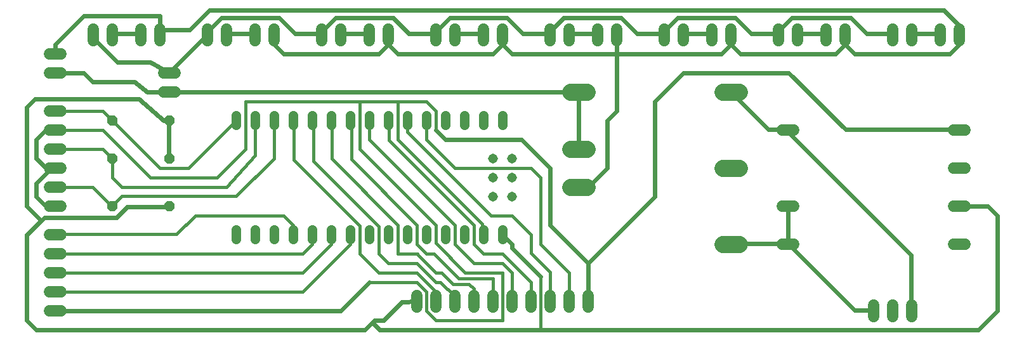
<source format=gbr>
G04 EAGLE Gerber X2 export*
%TF.Part,Single*%
%TF.FileFunction,Copper,L2,Bot,Mixed*%
%TF.FilePolarity,Positive*%
%TF.GenerationSoftware,Autodesk,EAGLE,9.1.0*%
%TF.CreationDate,2019-05-29T07:05:15Z*%
G75*
%MOMM*%
%FSLAX34Y34*%
%LPD*%
%AMOC8*
5,1,8,0,0,1.08239X$1,22.5*%
G01*
%ADD10C,1.508000*%
%ADD11C,1.524000*%
%ADD12P,1.429621X8X22.500000*%
%ADD13C,1.308000*%
%ADD14C,1.308000*%
%ADD15C,2.250000*%
%ADD16C,0.600000*%
%ADD17C,0.400000*%
%ADD18C,0.406400*%
%ADD19C,0.609600*%


D10*
X1059260Y165100D02*
X1074340Y165100D01*
X1074340Y215900D02*
X1059260Y215900D01*
X1059260Y317500D02*
X1074340Y317500D01*
X1287860Y165100D02*
X1302940Y165100D01*
X1302940Y215900D02*
X1287860Y215900D01*
X1287860Y266700D02*
X1302940Y266700D01*
X1302940Y317500D02*
X1287860Y317500D01*
D11*
X228600Y436880D02*
X228600Y452120D01*
X203200Y452120D02*
X203200Y436880D01*
X381000Y436880D02*
X381000Y452120D01*
X355600Y452120D02*
X355600Y436880D01*
X533400Y436880D02*
X533400Y452120D01*
X508000Y452120D02*
X508000Y436880D01*
X685800Y436880D02*
X685800Y452120D01*
X660400Y452120D02*
X660400Y436880D01*
X838200Y436880D02*
X838200Y452120D01*
X812800Y452120D02*
X812800Y436880D01*
X990600Y436880D02*
X990600Y452120D01*
X965200Y452120D02*
X965200Y436880D01*
X1143000Y436880D02*
X1143000Y452120D01*
X1117600Y452120D02*
X1117600Y436880D01*
X1295400Y436880D02*
X1295400Y452120D01*
X1270000Y452120D02*
X1270000Y436880D01*
X1181100Y83820D02*
X1181100Y68580D01*
X1206500Y68580D02*
X1206500Y83820D01*
X1231900Y83820D02*
X1231900Y68580D01*
D12*
X165100Y330200D03*
X241300Y330200D03*
X165100Y279400D03*
X241300Y279400D03*
X165100Y215900D03*
X241300Y215900D03*
D11*
X165100Y436880D02*
X165100Y452120D01*
X139700Y452120D02*
X139700Y436880D01*
X317500Y436880D02*
X317500Y452120D01*
X292100Y452120D02*
X292100Y436880D01*
X469900Y436880D02*
X469900Y452120D01*
X444500Y452120D02*
X444500Y436880D01*
X622300Y436880D02*
X622300Y452120D01*
X596900Y452120D02*
X596900Y436880D01*
X774700Y436880D02*
X774700Y452120D01*
X749300Y452120D02*
X749300Y436880D01*
X927100Y436880D02*
X927100Y452120D01*
X901700Y452120D02*
X901700Y436880D01*
X1079500Y436880D02*
X1079500Y452120D01*
X1054100Y452120D02*
X1054100Y436880D01*
X1231900Y436880D02*
X1231900Y452120D01*
X1206500Y452120D02*
X1206500Y436880D01*
X96520Y241300D02*
X81280Y241300D01*
X81280Y215900D02*
X96520Y215900D01*
X96520Y292100D02*
X81280Y292100D01*
X81280Y266700D02*
X96520Y266700D01*
X96520Y342900D02*
X81280Y342900D01*
X81280Y317500D02*
X96520Y317500D01*
X800100Y96520D02*
X800100Y81280D01*
X774700Y81280D02*
X774700Y96520D01*
X749300Y96520D02*
X749300Y81280D01*
X723900Y81280D02*
X723900Y96520D01*
X698500Y96520D02*
X698500Y81280D01*
X673100Y81280D02*
X673100Y96520D01*
X647700Y96520D02*
X647700Y81280D01*
X622300Y81280D02*
X622300Y96520D01*
X596900Y96520D02*
X596900Y81280D01*
X571500Y81280D02*
X571500Y96520D01*
D13*
X685800Y323660D02*
X685800Y336740D01*
X660400Y336740D02*
X660400Y323660D01*
X635000Y323660D02*
X635000Y336740D01*
X609600Y336740D02*
X609600Y323660D01*
X584200Y323660D02*
X584200Y336740D01*
X558800Y336740D02*
X558800Y323660D01*
X533400Y323660D02*
X533400Y336740D01*
X508000Y336740D02*
X508000Y323660D01*
X482600Y323660D02*
X482600Y336740D01*
X457200Y336740D02*
X457200Y323660D01*
X431800Y323660D02*
X431800Y336740D01*
X406400Y336740D02*
X406400Y323660D01*
X685800Y184340D02*
X685800Y171260D01*
X660400Y171260D02*
X660400Y184340D01*
X635000Y184340D02*
X635000Y171260D01*
X482600Y171260D02*
X482600Y184340D01*
X457200Y184340D02*
X457200Y171260D01*
X431800Y171260D02*
X431800Y184340D01*
X406400Y184340D02*
X406400Y171260D01*
X330200Y171260D02*
X330200Y184340D01*
X330200Y323660D02*
X330200Y336740D01*
X355600Y336740D02*
X355600Y323660D01*
X381000Y323660D02*
X381000Y336740D01*
X355600Y184340D02*
X355600Y171260D01*
X381000Y171260D02*
X381000Y184340D01*
X609600Y184340D02*
X609600Y171260D01*
D14*
X673100Y228600D03*
X673100Y254000D03*
X673100Y279400D03*
D13*
X508000Y184340D02*
X508000Y171260D01*
X533400Y171260D02*
X533400Y184340D01*
X558800Y184340D02*
X558800Y171260D01*
X584200Y171260D02*
X584200Y184340D01*
D14*
X698500Y228600D03*
X698500Y254000D03*
X698500Y279400D03*
D15*
X776150Y368300D02*
X798650Y368300D01*
X798650Y241300D02*
X776150Y241300D01*
X776150Y292100D02*
X798650Y292100D01*
X979350Y165100D02*
X1001850Y165100D01*
X1001850Y266700D02*
X979350Y266700D01*
X979350Y368300D02*
X1001850Y368300D01*
D11*
X96520Y419100D02*
X81280Y419100D01*
X81280Y393700D02*
X96520Y393700D01*
X233680Y368300D02*
X248920Y368300D01*
X248920Y393700D02*
X233680Y393700D01*
X96520Y76200D02*
X81280Y76200D01*
X81280Y101600D02*
X96520Y101600D01*
X96520Y127000D02*
X81280Y127000D01*
X81280Y152400D02*
X96520Y152400D01*
X96520Y177800D02*
X81280Y177800D01*
D16*
X242400Y395050D02*
X291400Y444050D01*
X242400Y395050D02*
X241300Y393700D01*
X291400Y444050D02*
X292100Y444500D01*
X140900Y444050D02*
X140900Y438800D01*
X171950Y407750D01*
X216322Y407750D01*
X140900Y444050D02*
X139700Y444500D01*
X216322Y407750D02*
X241300Y393700D01*
X408650Y445800D02*
X443650Y445800D01*
X408650Y445800D02*
X387650Y466800D01*
X310650Y466800D01*
X291400Y447550D01*
X443650Y445800D02*
X444500Y444500D01*
X292100Y444500D02*
X291400Y447550D01*
X560900Y445800D02*
X595900Y445800D01*
X560900Y445800D02*
X539900Y466800D01*
X462900Y466800D01*
X443650Y447550D01*
X595900Y445800D02*
X596900Y444500D01*
X444500Y444500D02*
X443650Y447550D01*
X713150Y445800D02*
X748150Y445800D01*
X713150Y445800D02*
X692150Y466800D01*
X615150Y466800D01*
X595900Y447550D01*
X748150Y445800D02*
X749300Y444500D01*
X596900Y444500D02*
X595900Y447550D01*
X865400Y445800D02*
X900400Y445800D01*
X865400Y445800D02*
X844400Y466800D01*
X767400Y466800D01*
X748150Y447550D01*
X900400Y445800D02*
X901700Y444500D01*
X749300Y444500D02*
X748150Y447550D01*
X1017650Y445800D02*
X1052650Y445800D01*
X1017650Y445800D02*
X996650Y466800D01*
X919650Y466800D01*
X900400Y447550D01*
X1052650Y445800D02*
X1054100Y444500D01*
X901700Y444500D02*
X900400Y447550D01*
X1171650Y445800D02*
X1204900Y445800D01*
X1171650Y445800D02*
X1150650Y466800D01*
X1071900Y466800D01*
X1052650Y447550D01*
X1204900Y445800D02*
X1206500Y444500D01*
X1054100Y444500D02*
X1052650Y447550D01*
X202150Y445800D02*
X165400Y445800D01*
X165100Y444500D01*
X202150Y445800D02*
X203200Y444500D01*
X317650Y445800D02*
X354400Y445800D01*
X317650Y445800D02*
X317500Y444500D01*
X354400Y445800D02*
X355600Y444500D01*
X469900Y445800D02*
X506650Y445800D01*
X469900Y445800D02*
X469900Y444500D01*
X506650Y445800D02*
X508000Y444500D01*
X623900Y445800D02*
X658900Y445800D01*
X623900Y445800D02*
X622300Y444500D01*
X658900Y445800D02*
X660400Y444500D01*
X776150Y445800D02*
X811150Y445800D01*
X776150Y445800D02*
X774700Y444500D01*
X811150Y445800D02*
X812800Y444500D01*
X928400Y445800D02*
X965150Y445800D01*
X928400Y445800D02*
X927100Y444500D01*
X965150Y445800D02*
X965200Y444500D01*
X1080650Y445800D02*
X1117400Y445800D01*
X1080650Y445800D02*
X1079500Y444500D01*
X1117400Y445800D02*
X1117600Y444500D01*
X1232900Y445800D02*
X1269650Y445800D01*
X1232900Y445800D02*
X1231900Y444500D01*
X1269650Y445800D02*
X1270000Y444500D01*
X393700Y419100D02*
X381000Y431800D01*
X393700Y419100D02*
X520700Y419100D01*
X533400Y431800D01*
X533400Y444500D01*
X673100Y419100D02*
X685800Y431800D01*
X673100Y419100D02*
X546100Y419100D01*
X533400Y431800D01*
X88900Y431800D02*
X88900Y419100D01*
X88900Y431800D02*
X127000Y469900D01*
X228600Y469900D01*
X228600Y444500D01*
X838200Y419100D02*
X838200Y342900D01*
X838200Y419100D02*
X838200Y444500D01*
X989650Y444050D02*
X989650Y430850D01*
X977900Y419100D01*
X838200Y419100D01*
X989650Y444050D02*
X990600Y444500D01*
X1130300Y419100D02*
X1143000Y431800D01*
X1130300Y419100D02*
X1003300Y419100D01*
X1295400Y431800D02*
X1295400Y444500D01*
X1295400Y431800D02*
X1282700Y419100D01*
X1155700Y419100D01*
X1142704Y431504D01*
X268650Y451050D02*
X230150Y451050D01*
X268650Y451050D02*
X294900Y477300D01*
X1275300Y477300D01*
X1294256Y457200D01*
X230150Y451050D02*
X228600Y444500D01*
X1294256Y457200D02*
X1295400Y457200D01*
X698500Y419100D02*
X685800Y431800D01*
X698500Y419100D02*
X838200Y419100D01*
X800100Y241300D02*
X787400Y241300D01*
X800100Y241300D02*
X825500Y266700D01*
X825500Y330200D02*
X838200Y342900D01*
X825500Y330200D02*
X825500Y266700D01*
X990600Y431800D02*
X990600Y444500D01*
X990600Y431800D02*
X1003300Y419100D01*
X1143000Y431800D02*
X1143000Y444500D01*
X1295400Y444500D02*
X1295400Y457200D01*
X685800Y444500D02*
X685800Y431800D01*
X381000Y431800D02*
X381000Y444500D01*
X1142704Y431504D02*
X1143000Y431800D01*
D17*
X584200Y330200D02*
X584200Y304800D01*
X736600Y191200D02*
X736600Y165100D01*
X622300Y266700D02*
X584200Y304800D01*
X622300Y266700D02*
X723900Y266700D01*
X736600Y254000D01*
X736600Y191200D01*
X774700Y127000D02*
X774700Y88900D01*
X774700Y127000D02*
X736600Y165100D01*
X559150Y314550D02*
X559150Y328550D01*
X559150Y314550D02*
X670500Y203200D01*
X698500Y203200D01*
X723900Y177800D01*
X723900Y152835D01*
X559150Y328550D02*
X558800Y330200D01*
X723900Y152835D02*
X749517Y127217D01*
X749300Y88900D01*
X534650Y303550D02*
X534650Y328550D01*
X534650Y303550D02*
X647700Y190500D01*
X534650Y328550D02*
X533400Y330200D01*
X647700Y190500D02*
X647700Y165100D01*
X660400Y152400D01*
X685800Y152400D01*
X723900Y114300D01*
X723900Y88900D01*
X508400Y304400D02*
X508400Y328550D01*
X508400Y304400D02*
X622300Y190500D01*
X622300Y165100D01*
X508400Y328550D02*
X508000Y330200D01*
X622300Y165100D02*
X647700Y139700D01*
X685800Y139700D01*
X698500Y127000D01*
X698500Y88900D01*
X483900Y278100D02*
X483900Y328550D01*
X482600Y330200D01*
X483900Y278100D02*
X571500Y190500D01*
X571500Y165100D01*
X635000Y119380D02*
X673100Y119380D01*
X673100Y88900D01*
X584200Y152400D02*
X571500Y165100D01*
X584200Y152400D02*
X594360Y152400D01*
X627380Y119380D01*
X635000Y119380D01*
X457650Y278950D02*
X457650Y328550D01*
X457650Y278950D02*
X546100Y190500D01*
X546100Y152400D01*
X457650Y328550D02*
X457200Y330200D01*
X546100Y152400D02*
X571500Y152400D01*
X572770Y152400D01*
X641350Y111760D02*
X647700Y105410D01*
X647700Y88900D01*
X596900Y127000D02*
X571500Y152400D01*
X596900Y127000D02*
X604520Y127000D01*
X619760Y111760D02*
X641350Y111760D01*
X619760Y111760D02*
X604520Y127000D01*
X433150Y276050D02*
X433150Y328550D01*
X433150Y276050D02*
X520650Y188550D01*
X520650Y152450D01*
X433150Y328550D02*
X431800Y330200D01*
X520650Y152450D02*
X533400Y139700D01*
X571500Y139700D01*
X596900Y114300D01*
X603250Y114300D01*
X622300Y95250D01*
X622300Y88900D01*
X406900Y277800D02*
X406900Y328550D01*
X406900Y277800D02*
X495300Y189400D01*
X495300Y152400D01*
X406900Y328550D02*
X406400Y330200D01*
X597250Y90550D02*
X596900Y88900D01*
X520700Y127000D02*
X495300Y152400D01*
X520700Y127000D02*
X571500Y127000D01*
X596900Y101600D01*
X596900Y88900D01*
X329900Y328550D02*
X328550Y328550D01*
X266700Y266700D01*
X228600Y266700D01*
X165100Y330200D01*
X329900Y328550D02*
X330200Y330200D01*
X152400Y342900D02*
X88900Y342900D01*
X152400Y342900D02*
X165100Y330200D01*
X189650Y241300D02*
X317500Y241300D01*
X355600Y283405D01*
X139700Y292100D02*
X88900Y292100D01*
X355600Y283405D02*
X355600Y330200D01*
D18*
X152400Y292100D02*
X139700Y292100D01*
X152400Y292100D02*
X165100Y279400D01*
X165100Y254000D01*
X177800Y241300D01*
X189650Y241300D01*
D17*
X330400Y228800D02*
X381000Y279400D01*
X330400Y228800D02*
X177650Y228800D01*
X165400Y216550D01*
X165100Y215900D01*
X139150Y241050D02*
X90150Y241050D01*
X139150Y241050D02*
X163650Y216550D01*
X90150Y241050D02*
X88900Y241300D01*
X163650Y216550D02*
X165100Y215900D01*
X381000Y279400D02*
X381000Y330200D01*
X393700Y203200D02*
X406400Y190500D01*
X393700Y203200D02*
X275950Y203200D01*
X250800Y178050D01*
X90150Y178050D01*
X88900Y177800D01*
X406400Y177800D02*
X406400Y190500D01*
X431800Y165100D02*
X431800Y165100D01*
X419100Y152400D01*
X88900Y152400D01*
X431800Y165100D02*
X431800Y165100D01*
X431800Y177800D01*
X457200Y165100D02*
X419100Y127000D01*
X88900Y127000D01*
X457200Y165100D02*
X457200Y177800D01*
X482600Y165100D02*
X419100Y101600D01*
X88900Y101600D01*
X482600Y165100D02*
X482600Y177800D01*
D16*
X240650Y214800D02*
X184650Y214800D01*
X170650Y200800D01*
X74400Y200800D01*
X70150Y196550D02*
X50800Y215900D01*
X50800Y347400D01*
X61700Y358300D01*
X200400Y358300D01*
X241300Y215900D02*
X240650Y214800D01*
X233609Y330200D02*
X200400Y358300D01*
X240650Y327250D02*
X240650Y280000D01*
X241300Y279400D01*
X240650Y327250D02*
X241300Y330200D01*
X736600Y50800D02*
X1320800Y50800D01*
X74400Y200800D02*
X70150Y196550D01*
X50800Y177200D02*
X50800Y63500D01*
X63500Y50800D01*
X501900Y50800D01*
X527300Y63500D02*
X551276Y87476D01*
X571500Y88900D01*
X698500Y160020D02*
X698500Y165100D01*
D18*
X736600Y121920D02*
X736600Y50800D01*
D16*
X241300Y330200D02*
X233609Y330200D01*
X685800Y177800D02*
X698500Y165100D01*
X698500Y50800D02*
X521900Y50800D01*
X511900Y60800D01*
X1320800Y50800D02*
X1346200Y76200D01*
X1333500Y215900D02*
X1295400Y215900D01*
X1333500Y215900D02*
X1346200Y203200D01*
X1346200Y76200D01*
X514600Y63500D02*
X511900Y60800D01*
X514600Y63500D02*
X501900Y50800D01*
X70150Y196550D02*
X50800Y177200D01*
X698500Y50800D02*
X736600Y50800D01*
X527300Y63500D02*
X514600Y63500D01*
D19*
X698500Y160020D02*
X736600Y121920D01*
D16*
X1066650Y165800D02*
X1066650Y214800D01*
X1066650Y165800D02*
X1066800Y165100D01*
X1066650Y214800D02*
X1066800Y215900D01*
X1155900Y76550D02*
X1180400Y76550D01*
X1155900Y76550D02*
X1068400Y164050D01*
X1180400Y76550D02*
X1181100Y76200D01*
X1068400Y164050D02*
X1066800Y165100D01*
X1064900Y165800D02*
X991400Y165800D01*
X990600Y165100D01*
X1064900Y165800D02*
X1066800Y165100D01*
X1066650Y318050D02*
X1040400Y318050D01*
X991400Y367050D01*
X1066650Y318050D02*
X1066800Y317500D01*
X991400Y367050D02*
X990600Y368300D01*
X1231150Y150050D02*
X1231150Y76550D01*
X1231150Y150050D02*
X1066650Y314550D01*
X1231150Y76550D02*
X1231900Y76200D01*
X1066650Y314550D02*
X1066800Y317500D01*
X194930Y381500D02*
X139200Y381500D01*
X127000Y393700D01*
X194930Y381500D02*
X212090Y368300D01*
X127000Y393700D02*
X88900Y393700D01*
X212090Y368300D02*
X241300Y368300D01*
X787400Y368300D01*
X787400Y292100D01*
X88400Y216550D02*
X75550Y216550D01*
X63500Y228600D01*
X63500Y245900D01*
X83150Y265550D01*
X88400Y265550D01*
X88400Y216550D02*
X88900Y215900D01*
X88400Y265550D02*
X88900Y266700D01*
X88400Y316300D02*
X75000Y316300D01*
X63500Y304800D01*
X63500Y279400D01*
X75096Y267804D01*
X88400Y316300D02*
X88900Y317500D01*
X88900Y266700D02*
X75096Y267804D01*
X1143650Y318050D02*
X1294150Y318050D01*
X1143650Y318050D02*
X1068000Y393700D01*
X927100Y393700D01*
X889100Y355700D01*
X889100Y228600D01*
X1294150Y318050D02*
X1295400Y317500D01*
D17*
X658900Y192000D02*
X658900Y178050D01*
X658900Y192000D02*
X546100Y304800D01*
X546100Y355600D01*
X547850Y355600D02*
X584200Y355600D01*
X596900Y342900D01*
X596900Y317500D01*
X658900Y178050D02*
X660400Y177800D01*
D18*
X152400Y317500D02*
X88900Y317500D01*
X215900Y254000D02*
X304800Y254000D01*
X342900Y292100D01*
X342900Y355600D01*
X546100Y355600D02*
X547850Y355600D01*
X215900Y254000D02*
X152400Y317500D01*
D16*
X749300Y190500D02*
X800100Y139700D01*
X749300Y190500D02*
X749300Y266700D01*
X711200Y304800D01*
X609600Y304800D02*
X596900Y317500D01*
X609600Y304800D02*
X711200Y304800D01*
D18*
X495300Y355600D02*
X342900Y355600D01*
X495300Y355600D02*
X546100Y355600D01*
D16*
X469900Y76200D02*
X88900Y76200D01*
X469900Y76200D02*
X508000Y114300D01*
D17*
X571580Y114300D01*
X635000Y63500D02*
X685800Y63500D01*
X635000Y63500D02*
X622380Y63500D01*
X495300Y292100D02*
X495300Y355600D01*
X495300Y292100D02*
X596900Y190500D01*
D19*
X800100Y139700D02*
X889000Y228600D01*
X889100Y228600D01*
D16*
X800100Y139700D02*
X800100Y88900D01*
D17*
X596900Y166370D02*
X596900Y190500D01*
X596900Y166370D02*
X636270Y127000D01*
X685800Y127000D01*
X685800Y63500D01*
X584200Y101680D02*
X571580Y114300D01*
X591673Y68660D02*
X591740Y68660D01*
X596900Y63500D01*
X591673Y68660D02*
X584200Y76133D01*
X584200Y101680D01*
X596900Y63500D02*
X622380Y63500D01*
M02*

</source>
